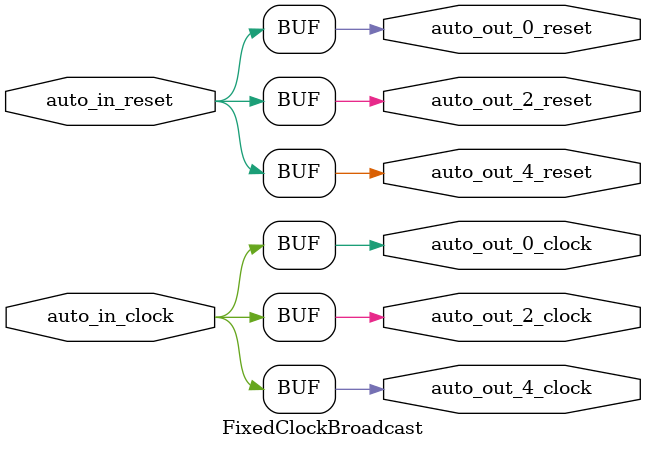
<source format=sv>
`ifndef RANDOMIZE
  `ifdef RANDOMIZE_REG_INIT
    `define RANDOMIZE
  `endif // RANDOMIZE_REG_INIT
`endif // not def RANDOMIZE
`ifndef RANDOMIZE
  `ifdef RANDOMIZE_MEM_INIT
    `define RANDOMIZE
  `endif // RANDOMIZE_MEM_INIT
`endif // not def RANDOMIZE

`ifndef RANDOM
  `define RANDOM $random
`endif // not def RANDOM

// Users can define 'PRINTF_COND' to add an extra gate to prints.
`ifndef PRINTF_COND_
  `ifdef PRINTF_COND
    `define PRINTF_COND_ (`PRINTF_COND)
  `else  // PRINTF_COND
    `define PRINTF_COND_ 1
  `endif // PRINTF_COND
`endif // not def PRINTF_COND_

// Users can define 'ASSERT_VERBOSE_COND' to add an extra gate to assert error printing.
`ifndef ASSERT_VERBOSE_COND_
  `ifdef ASSERT_VERBOSE_COND
    `define ASSERT_VERBOSE_COND_ (`ASSERT_VERBOSE_COND)
  `else  // ASSERT_VERBOSE_COND
    `define ASSERT_VERBOSE_COND_ 1
  `endif // ASSERT_VERBOSE_COND
`endif // not def ASSERT_VERBOSE_COND_

// Users can define 'STOP_COND' to add an extra gate to stop conditions.
`ifndef STOP_COND_
  `ifdef STOP_COND
    `define STOP_COND_ (`STOP_COND)
  `else  // STOP_COND
    `define STOP_COND_ 1
  `endif // STOP_COND
`endif // not def STOP_COND_

// Users can define INIT_RANDOM as general code that gets injected into the
// initializer block for modules with registers.
`ifndef INIT_RANDOM
  `define INIT_RANDOM
`endif // not def INIT_RANDOM

// If using random initialization, you can also define RANDOMIZE_DELAY to
// customize the delay used, otherwise 0.002 is used.
`ifndef RANDOMIZE_DELAY
  `define RANDOMIZE_DELAY 0.002
`endif // not def RANDOMIZE_DELAY

// Define INIT_RANDOM_PROLOG_ for use in our modules below.
`ifndef INIT_RANDOM_PROLOG_
  `ifdef RANDOMIZE
    `ifdef VERILATOR
      `define INIT_RANDOM_PROLOG_ `INIT_RANDOM
    `else  // VERILATOR
      `define INIT_RANDOM_PROLOG_ `INIT_RANDOM #`RANDOMIZE_DELAY begin end
    `endif // VERILATOR
  `else  // RANDOMIZE
    `define INIT_RANDOM_PROLOG_
  `endif // RANDOMIZE
`endif // not def INIT_RANDOM_PROLOG_

module FixedClockBroadcast(
  input  auto_in_clock,
         auto_in_reset,
  output auto_out_4_clock,
         auto_out_4_reset,
         auto_out_2_clock,
         auto_out_2_reset,
         auto_out_0_clock,
         auto_out_0_reset
);

  assign auto_out_4_clock = auto_in_clock;
  assign auto_out_4_reset = auto_in_reset;
  assign auto_out_2_clock = auto_in_clock;
  assign auto_out_2_reset = auto_in_reset;
  assign auto_out_0_clock = auto_in_clock;
  assign auto_out_0_reset = auto_in_reset;
endmodule


</source>
